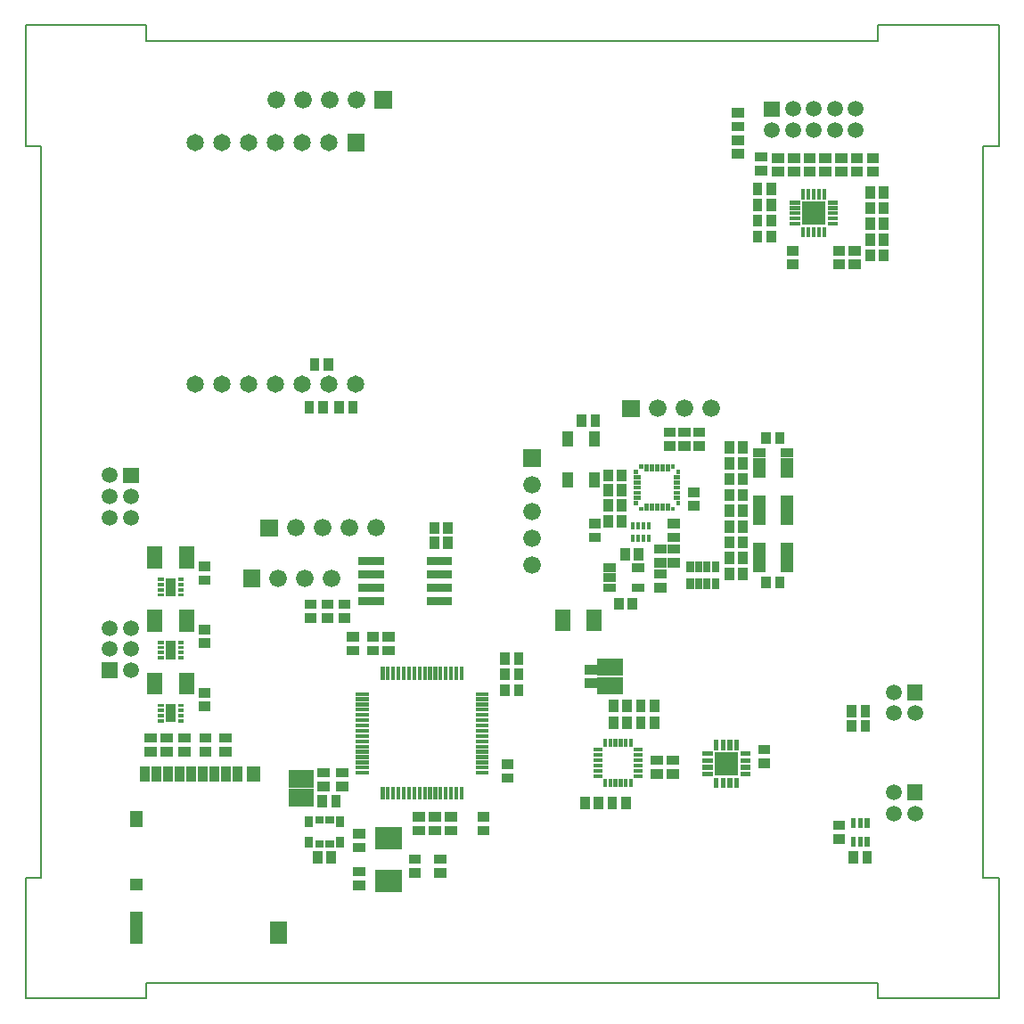
<source format=gbr>
G04 start of page 6 for group -4063 idx -4063 *
G04 Title: (unknown), componentmask *
G04 Creator: pcb 20140316 *
G04 CreationDate: Δευ 14 Μάρ 2016 08:13:14 μμ GMT UTC *
G04 For: mobintu *
G04 Format: Gerber/RS-274X *
G04 PCB-Dimensions (mm): 100.00 100.00 *
G04 PCB-Coordinate-Origin: lower left *
%MOMM*%
%FSLAX43Y43*%
%LNTOPMASK*%
%ADD138R,0.762X0.762*%
%ADD137R,2.100X2.100*%
%ADD136R,1.554X1.554*%
%ADD135R,0.700X0.700*%
%ADD134R,0.750X0.750*%
%ADD133R,1.054X1.054*%
%ADD132R,1.254X1.254*%
%ADD131R,0.954X0.954*%
%ADD130R,1.000X1.000*%
%ADD129R,0.330X0.330*%
%ADD128R,0.800X0.800*%
%ADD127R,1.050X1.050*%
%ADD126R,0.350X0.350*%
%ADD125R,0.704X0.704*%
%ADD124R,0.900X0.900*%
%ADD123R,0.380X0.380*%
%ADD122R,0.400X0.400*%
%ADD121R,0.446X0.446*%
%ADD120R,0.443X0.443*%
%ADD119R,1.452X1.452*%
%ADD118R,1.143X1.143*%
%ADD117R,0.356X0.356*%
%ADD116R,0.902X0.902*%
%ADD115C,1.653*%
%ADD114C,0.953*%
%ADD113C,1.676*%
%ADD112C,1.502*%
%ADD111C,0.002*%
%ADD110C,0.200*%
%ADD109C,0.200*%
G54D109*X3900Y84100D02*X5400D01*
X15400Y95600D02*Y94100D01*
X84900D01*
X3900Y84100D02*Y95600D01*
X15400D01*
X84900Y94100D02*Y95600D01*
X94900Y84100D02*Y14600D01*
Y84100D02*X96400D01*
G54D110*Y14600D02*X94900D01*
G54D109*X84900Y95600D02*X96400D01*
Y84100D01*
X5400Y14600D02*X3900D01*
X15400Y3100D02*Y4600D01*
X3900Y3100D02*X15400D01*
X3900D02*Y14600D01*
X5400Y84100D02*Y14600D01*
X15400Y4600D02*X84900D01*
Y3100D01*
X96400D01*
Y14600D01*
G54D111*G36*
X87649Y32951D02*Y31449D01*
X89151D01*
Y32951D01*
X87649D01*
G37*
G54D112*X86400Y32200D03*
X88400Y30200D03*
X86400D03*
G54D111*G36*
X87649Y23451D02*Y21949D01*
X89151D01*
Y23451D01*
X87649D01*
G37*
G54D112*X86400Y22700D03*
X88400Y20700D03*
X86400D03*
X74800Y85600D03*
G54D111*G36*
X74049Y88351D02*Y86849D01*
X75551D01*
Y88351D01*
X74049D01*
G37*
G54D112*X76800Y85600D03*
Y87600D03*
X78800Y85600D03*
Y87600D03*
X80800Y85600D03*
Y87600D03*
X82800Y85600D03*
Y87600D03*
G54D111*G36*
X24562Y43838D02*Y42162D01*
X26238D01*
Y43838D01*
X24562D01*
G37*
G54D113*X27940Y43000D03*
G54D111*G36*
X26202Y48638D02*Y46962D01*
X27878D01*
Y48638D01*
X26202D01*
G37*
G54D113*X33020Y43000D03*
X30480D03*
X29580Y47800D03*
X32120D03*
X34660D03*
X37200D03*
G54D114*X17700Y29800D03*
Y30600D03*
Y35800D03*
Y36600D03*
Y41800D03*
Y42600D03*
G54D111*G36*
X11149Y35051D02*Y33549D01*
X12651D01*
Y35051D01*
X11149D01*
G37*
G54D112*X13900Y34300D03*
X11900Y36300D03*
X13900D03*
X11900Y38300D03*
X13900D03*
G54D111*G36*
X13149Y53551D02*Y52049D01*
X14651D01*
Y53551D01*
X13149D01*
G37*
G54D112*X11900Y52800D03*
X13900Y50800D03*
X11900D03*
X13900Y48800D03*
X11900D03*
G54D111*G36*
X34474Y85226D02*Y83574D01*
X36126D01*
Y85226D01*
X34474D01*
G37*
G36*
X37082Y89338D02*Y87662D01*
X38758D01*
Y89338D01*
X37082D01*
G37*
G54D113*X35380Y88500D03*
G54D115*X32760Y84400D03*
G54D113*X32840Y88500D03*
G54D115*X30220Y84400D03*
G54D113*X30300Y88500D03*
X27760D03*
G54D115*X27680Y84400D03*
X25140D03*
X22600D03*
X20060D03*
Y61500D03*
X22600D03*
X25140D03*
X27680D03*
X30220D03*
X32760D03*
X35300D03*
G54D111*G36*
X60582Y59988D02*Y58312D01*
X62258D01*
Y59988D01*
X60582D01*
G37*
G36*
X51162Y55268D02*Y53592D01*
X52838D01*
Y55268D01*
X51162D01*
G37*
G54D113*X52000Y51890D03*
Y49350D03*
Y46810D03*
Y44270D03*
X63960Y59150D03*
X66500D03*
X69040D03*
G54D116*X50750Y35525D02*Y35275D01*
Y32525D02*Y32275D01*
X49450Y32525D02*Y32275D01*
X50750Y34025D02*Y33775D01*
X49450Y34025D02*Y33775D01*
X49575Y24050D02*X49825D01*
X49575Y25350D02*X49825D01*
X59750Y31025D02*Y30775D01*
Y29425D02*Y29175D01*
X61050Y31025D02*Y30775D01*
X63650Y29425D02*Y29175D01*
X62350Y29425D02*Y29175D01*
X61050Y29425D02*Y29175D01*
X63650Y31025D02*Y30775D01*
X62350Y31025D02*Y30775D01*
X59635Y21826D02*Y21576D01*
X60935Y21826D02*Y21576D01*
X57050Y21825D02*Y21575D01*
X58350Y21825D02*Y21575D01*
G54D117*X58090Y26750D02*X58510D01*
X58090Y26250D02*X58510D01*
X58090Y25750D02*X58510D01*
X58090Y25250D02*X58510D01*
X58090Y24750D02*X58510D01*
X58090Y24250D02*X58510D01*
X58950Y23810D02*Y23390D01*
X59450Y23810D02*Y23390D01*
X59950Y23810D02*Y23390D01*
X60450Y23810D02*Y23390D01*
X60950Y23810D02*Y23390D01*
X61450Y23810D02*Y23390D01*
G54D116*X63775Y24450D02*X64025D01*
X63775Y25750D02*X64025D01*
X65275Y24450D02*X65525D01*
X65275Y25750D02*X65525D01*
G54D117*X61890Y24250D02*X62310D01*
X61890Y24750D02*X62310D01*
X61890Y25250D02*X62310D01*
X61890Y25750D02*X62310D01*
X61890Y26250D02*X62310D01*
X61890Y26750D02*X62310D01*
X61450Y27610D02*Y27190D01*
X60950Y27610D02*Y27190D01*
X60450Y27610D02*Y27190D01*
X59950Y27610D02*Y27190D01*
X59450Y27610D02*Y27190D01*
X58950Y27610D02*Y27190D01*
G54D118*X60100Y34832D02*Y34324D01*
X59439Y34832D02*Y34324D01*
X58804Y34832D02*Y34324D01*
Y33054D02*Y32546D01*
X59439Y33054D02*Y32546D01*
X60100Y33054D02*Y32546D01*
G54D116*X57475Y34350D02*X57725D01*
X57475Y33050D02*X57725D01*
G54D119*X57945Y39354D02*Y38754D01*
X54946Y39354D02*Y38754D01*
G54D116*X61561Y40722D02*Y40472D01*
X60261Y40722D02*Y40472D01*
X84150Y73825D02*Y73575D01*
X85450Y73825D02*Y73575D01*
Y76825D02*Y76575D01*
Y78325D02*Y78075D01*
X84150Y76825D02*Y76575D01*
Y78325D02*Y78075D01*
X85450Y75325D02*Y75075D01*
X84150Y75325D02*Y75075D01*
X84275Y82950D02*X84525D01*
X84275Y81650D02*X84525D01*
X82775Y82950D02*X83025D01*
X82775Y81650D02*X83025D01*
X85450Y79825D02*Y79575D01*
X84150Y79825D02*Y79575D01*
G54D117*X76690Y78700D02*X77310D01*
X76690Y78200D02*X77310D01*
X76690Y77700D02*X77310D01*
X76690Y77200D02*X77310D01*
X76690Y76700D02*X77310D01*
X77800Y76210D02*Y75590D01*
X78300Y76210D02*Y75590D01*
G54D116*X76675Y74150D02*X76925D01*
X76675Y72850D02*X76925D01*
G54D117*X78800Y76210D02*Y75590D01*
G54D111*G36*
X77699Y78801D02*Y76599D01*
X79901D01*
Y78801D01*
X77699D01*
G37*
G54D117*X79300Y76210D02*Y75590D01*
X79800Y76210D02*Y75590D01*
X80290Y76700D02*X80910D01*
X80290Y77200D02*X80910D01*
X80290Y77700D02*X80910D01*
X80290Y78200D02*X80910D01*
X80290Y78700D02*X80910D01*
G54D116*X81075Y72850D02*X81325D01*
X81075Y74150D02*X81325D01*
X82575Y72850D02*X82825D01*
X82575Y74150D02*X82825D01*
X73450Y78625D02*Y78375D01*
Y77125D02*Y76875D01*
X74750Y77125D02*Y76875D01*
X73450Y75625D02*Y75375D01*
X74750Y75625D02*Y75375D01*
Y78625D02*Y78375D01*
X75275Y82950D02*X75525D01*
X75275Y81650D02*X75525D01*
X73675Y83050D02*X73925D01*
X73675Y81750D02*X73925D01*
X74750Y80125D02*Y79875D01*
X73450Y80125D02*Y79875D01*
X71475Y87250D02*X71725D01*
X71475Y85950D02*X71725D01*
X71475Y83350D02*X71725D01*
X71475Y84650D02*X71725D01*
X81275Y82950D02*X81525D01*
X81275Y81650D02*X81525D01*
X79775Y82950D02*X80025D01*
X78275D02*X78525D01*
X78275Y81650D02*X78525D01*
X79775D02*X80025D01*
G54D117*X79800Y79810D02*Y79190D01*
X79300Y79810D02*Y79190D01*
X78800Y79810D02*Y79190D01*
X78300Y79810D02*Y79190D01*
X77800Y79810D02*Y79190D01*
G54D116*X76775Y82950D02*X77025D01*
X76775Y81650D02*X77025D01*
X83850Y16625D02*Y16375D01*
X82550Y16625D02*Y16375D01*
X81075Y19550D02*X81325D01*
X81075Y18250D02*X81325D01*
X83700Y30525D02*Y30275D01*
X82400Y30525D02*Y30275D01*
X83700Y29125D02*Y28875D01*
X82400Y29125D02*Y28875D01*
G54D120*X83860Y20054D02*Y19546D01*
X83200Y20054D02*Y19546D01*
X82565Y20054D02*Y19546D01*
Y18276D02*Y17768D01*
X83200Y18276D02*Y17768D01*
X83860Y18276D02*Y17768D01*
G54D116*X73975Y25450D02*X74225D01*
X73975Y26750D02*X74225D01*
G54D121*X68435Y25075D02*X68965D01*
G54D111*G36*
X69399Y26501D02*Y24299D01*
X71601D01*
Y26501D01*
X69399D01*
G37*
G54D121*X68435Y24425D02*X68965D01*
X69525Y23865D02*Y23335D01*
X70175Y23865D02*Y23335D01*
X68435Y26375D02*X68965D01*
X68435Y25725D02*X68965D01*
X70175Y27465D02*Y26935D01*
X69525Y27465D02*Y26935D01*
X70825Y23865D02*Y23335D01*
X71475Y23865D02*Y23335D01*
X72035Y24425D02*X72565D01*
X72035Y25075D02*X72565D01*
X72035Y25725D02*X72565D01*
X72035Y26375D02*X72565D01*
X71475Y27465D02*Y26935D01*
X70825Y27465D02*Y26935D01*
G54D116*X64975Y56900D02*X65225D01*
X64975Y55600D02*X65225D01*
X66375Y56900D02*X66625D01*
X66375Y55600D02*X66625D01*
X67775Y56900D02*X68025D01*
X67775Y55600D02*X68025D01*
X70761Y52572D02*Y52322D01*
X72061Y52572D02*Y52322D01*
X70761Y55572D02*Y55322D01*
X72061Y55572D02*Y55322D01*
X70761Y54072D02*Y53822D01*
X72061Y54072D02*Y53822D01*
X67286Y51197D02*X67536D01*
G54D122*X64911Y49897D02*Y49647D01*
G54D123*X65402Y49637D02*X65422D01*
X65921Y50157D02*Y50137D01*
G54D122*X65662Y50647D02*X65911D01*
X65662Y51147D02*X65911D01*
X65662Y51647D02*X65911D01*
X65662Y52147D02*X65911D01*
X65662Y52647D02*X65911D01*
G54D123*X65921Y53157D02*Y53137D01*
X65402Y53657D02*X65422D01*
G54D122*X64911Y53647D02*Y53397D01*
G54D124*X73461Y49497D02*X73762D01*
X73461Y48547D02*X73762D01*
G54D116*X72061Y43572D02*Y43322D01*
Y45072D02*Y44822D01*
X72061Y46574D02*Y46324D01*
X72061Y49572D02*Y49322D01*
Y48072D02*Y47822D01*
G54D124*X76061Y44047D02*X76361D01*
X76061Y44997D02*X76361D01*
X76061Y45947D02*X76361D01*
G54D116*X75561Y42772D02*Y42522D01*
X74261Y42772D02*Y42522D01*
G54D124*X73461Y45947D02*X73762D01*
X73461Y44997D02*X73762D01*
X73461Y44047D02*X73762D01*
X76061Y48547D02*X76361D01*
X76061Y49497D02*X76361D01*
G54D116*X75561Y56472D02*Y56222D01*
G54D124*X76061Y53047D02*X76361D01*
X76061Y53997D02*X76361D01*
X76061Y54947D02*X76361D01*
X76061Y50447D02*X76361D01*
G54D116*X74261Y56472D02*Y56222D01*
X70761Y51072D02*Y50822D01*
X72061Y51072D02*Y50822D01*
G54D124*X73461Y50447D02*X73762D01*
X73461Y54947D02*X73762D01*
X73461Y53997D02*X73762D01*
X73461Y53047D02*X73762D01*
G54D125*X69450Y44275D02*Y43925D01*
X68650Y44275D02*Y43925D01*
X67850Y44275D02*Y43925D01*
X67050Y44275D02*Y43925D01*
Y42675D02*Y42325D01*
X67850Y42675D02*Y42325D01*
X68650Y42675D02*Y42325D01*
X69450Y42675D02*Y42325D01*
G54D116*X70761Y43572D02*Y43322D01*
X70762Y46574D02*Y46324D01*
X70761Y49572D02*Y49322D01*
Y45072D02*Y44822D01*
Y48072D02*Y47822D01*
X65386Y46897D02*X65636D01*
X65386Y48197D02*X65636D01*
X65386Y45797D02*X65636D01*
X65386Y44497D02*X65636D01*
X67286Y49897D02*X67536D01*
G54D122*X62911Y49897D02*Y49647D01*
X63412Y49897D02*Y49647D01*
X63911Y49897D02*Y49647D01*
X64412Y49897D02*Y49647D01*
G54D116*X64075Y43450D02*X64325D01*
G54D126*X63100Y47025D02*Y46675D01*
G54D116*X64075Y44500D02*X64325D01*
X64075Y45800D02*X64325D01*
X64075Y42150D02*X64325D01*
X60550Y52925D02*Y52675D01*
X60561Y50072D02*Y49822D01*
Y51522D02*Y51272D01*
Y48572D02*Y48322D01*
X59250Y52925D02*Y52675D01*
X59261Y50072D02*Y49822D01*
Y51522D02*Y51272D01*
Y48572D02*Y48322D01*
X57887Y48197D02*X58136D01*
G54D127*X55400Y52550D02*Y52150D01*
X57950Y52550D02*Y52150D01*
G54D123*X61902Y53157D02*Y53137D01*
G54D122*X64412Y53647D02*Y53397D01*
X63911Y53647D02*Y53397D01*
X63412Y53647D02*Y53397D01*
X62911Y53647D02*Y53397D01*
G54D123*X62401Y53657D02*X62422D01*
G54D122*X61911Y52647D02*X62161D01*
X61911Y52147D02*X62161D01*
X61911Y51647D02*X62161D01*
X61911Y51147D02*X62161D01*
X61911Y50647D02*X62161D01*
G54D123*X61902Y50157D02*Y50137D01*
X62401Y49637D02*X62422D01*
G54D116*X57887Y46897D02*X58136D01*
X60850Y45425D02*Y45175D01*
X62150Y45425D02*Y45175D01*
G54D128*X61911Y42147D02*X62311D01*
X61911Y44047D02*X62311D01*
G54D126*X61600Y47025D02*Y46675D01*
X62100Y47025D02*Y46675D01*
X62600Y47025D02*Y46675D01*
X61600Y48175D02*Y47825D01*
X62100Y48175D02*Y47825D01*
X62600Y48175D02*Y47825D01*
X63100Y48175D02*Y47825D01*
G54D128*X59211Y44047D02*X59611D01*
X59211Y43097D02*X59611D01*
X59211Y42147D02*X59611D01*
G54D116*X58050Y58125D02*Y57875D01*
X56750Y58125D02*Y57875D01*
G54D127*X55400Y56500D02*Y56100D01*
X57950Y56500D02*Y56100D01*
G54D119*X19200Y39300D02*Y38700D01*
G54D129*X18540Y36450D02*X18760D01*
X18540Y36950D02*X18760D01*
G54D119*X16200Y39300D02*Y38700D01*
G54D129*X16640Y36950D02*X16860D01*
X16640Y36450D02*X16860D01*
G54D130*X17700Y36550D02*Y35850D01*
G54D116*X20775Y38150D02*X21025D01*
X20775Y36850D02*X21025D01*
G54D119*X19200Y33300D02*Y32700D01*
X16200Y33300D02*Y32700D01*
G54D129*X16640Y35950D02*X16860D01*
X16640Y35450D02*X16860D01*
X18540D02*X18760D01*
X18540Y35950D02*X18760D01*
G54D116*X20775Y32150D02*X21025D01*
G54D119*X19200Y45300D02*Y44700D01*
X16200Y45300D02*Y44700D01*
G54D129*X16640Y42950D02*X16860D01*
X18540D02*X18760D01*
X16640Y42450D02*X16860D01*
X16640Y41950D02*X16860D01*
X16640Y41450D02*X16860D01*
X18540D02*X18760D01*
X18540Y41950D02*X18760D01*
X18540Y42450D02*X18760D01*
G54D130*X17700Y42550D02*Y41850D01*
G54D116*X20775Y44150D02*X21025D01*
X20775Y42850D02*X21025D01*
X17175Y26550D02*X17425D01*
X17175Y27850D02*X17425D01*
X18875Y26550D02*X19125D01*
X20875Y27850D02*X21125D01*
G54D129*X16640Y30950D02*X16860D01*
X16640Y30450D02*X16860D01*
X16640Y29950D02*X16860D01*
X16640Y29450D02*X16860D01*
G54D116*X18875Y27850D02*X19125D01*
G54D129*X18540Y29450D02*X18760D01*
X18540Y29950D02*X18760D01*
X18540Y30450D02*X18760D01*
X18540Y30950D02*X18760D01*
G54D116*X20775Y30850D02*X21025D01*
G54D130*X17700Y30550D02*Y29850D01*
G54D116*X22775Y26550D02*X23025D01*
X22775Y27850D02*X23025D01*
X20875Y26550D02*X21125D01*
G54D131*X24037Y24701D02*Y24200D01*
X22937Y24701D02*Y24200D01*
X21837Y24701D02*Y24200D01*
G54D132*X25587Y24551D02*Y24351D01*
G54D131*X20737Y24701D02*Y24200D01*
X19637Y24701D02*Y24200D01*
X18537Y24701D02*Y24200D01*
X17437Y24701D02*Y24200D01*
X16337Y24701D02*Y24200D01*
X15237Y24701D02*Y24200D01*
G54D116*X15675Y26550D02*X15925D01*
X15675Y27850D02*X15925D01*
G54D133*X14337Y13950D02*X14537D01*
G54D132*X14437Y20251D02*Y20051D01*
X14437Y10701D02*Y8900D01*
G54D116*X35475Y18750D02*X35725D01*
X35475Y17450D02*X35725D01*
X35475Y15150D02*X35725D01*
X35475Y13850D02*X35725D01*
X32089Y21959D02*Y21709D01*
G54D118*X29457Y22449D02*Y21941D01*
X30118Y22449D02*Y21941D01*
X30753Y22449D02*Y21941D01*
G54D134*X30850Y20050D02*Y19750D01*
G54D135*X31775Y20075D02*X31875D01*
G54D116*X33389Y21959D02*Y21709D01*
X32950Y16625D02*Y16375D01*
G54D135*X32775Y17775D02*X32875D01*
G54D134*X33800Y18100D02*Y17800D01*
G54D136*X27937Y9650D02*Y9050D01*
G54D116*X31650Y16625D02*Y16375D01*
G54D134*X30850Y18100D02*Y17800D01*
G54D135*X31775Y17775D02*X31875D01*
X32775Y20075D02*X32875D01*
G54D134*X33800Y20050D02*Y19750D01*
G54D116*X43175Y15050D02*X43425D01*
X43175Y16350D02*X43425D01*
X40775Y15031D02*X41025D01*
X40775Y16331D02*X41025D01*
G54D137*X38150Y14250D02*X38650D01*
G54D116*X41175Y19050D02*X41425D01*
X41175Y20350D02*X41425D01*
G54D137*X38150Y18350D02*X38650D01*
G54D116*X42750Y46525D02*Y46275D01*
X44050Y46525D02*Y46275D01*
X42750Y47925D02*Y47675D01*
X44050Y47925D02*Y47675D01*
G54D138*X42413Y40895D02*X44064D01*
X42413Y42165D02*X44064D01*
X42413Y43435D02*X44064D01*
X42413Y44705D02*X44064D01*
G54D116*X36775Y36150D02*X37025D01*
X36775Y37450D02*X37025D01*
X34875D02*X35125D01*
X34875Y36150D02*X35125D01*
X38275D02*X38525D01*
X38275Y37450D02*X38525D01*
X30875Y40550D02*X31125D01*
X32475D02*X32725D01*
X30875Y39250D02*X31125D01*
X32475D02*X32725D01*
X34075Y40550D02*X34325D01*
G54D138*X35936Y44705D02*X37587D01*
X35936Y43435D02*X37587D01*
X35936Y42165D02*X37587D01*
X35936Y40895D02*X37587D01*
G54D116*X34075Y39250D02*X34325D01*
X32660Y63475D02*Y63225D01*
X31360Y63475D02*Y63225D01*
X35010Y59375D02*Y59125D01*
X33710Y59375D02*Y59125D01*
X32160Y59375D02*Y59125D01*
X30860Y59375D02*Y59125D01*
X49450Y35525D02*Y35275D01*
G54D117*X46857Y32039D02*X47720D01*
X45340Y34419D02*Y33556D01*
X44840Y34419D02*Y33556D01*
X44340Y34419D02*Y33556D01*
X43840Y34419D02*Y33556D01*
X43340Y34419D02*Y33556D01*
X42840Y34419D02*Y33556D01*
X42340Y34419D02*Y33556D01*
X41840Y34419D02*Y33556D01*
X41340Y34419D02*Y33556D01*
X40840Y34419D02*Y33556D01*
X40340Y34419D02*Y33556D01*
X39840Y34419D02*Y33556D01*
X39340Y34419D02*Y33556D01*
X38840Y34419D02*Y33556D01*
X38340Y34419D02*Y33556D01*
X37840Y34419D02*Y33556D01*
X35460Y32039D02*X36323D01*
G54D118*X30753Y24227D02*Y23719D01*
X30118Y24227D02*Y23719D01*
X29457Y24227D02*Y23719D01*
G54D116*X32075Y23250D02*X32325D01*
X32075Y24550D02*X32325D01*
X33875Y23250D02*X34125D01*
X33875Y24550D02*X34125D01*
X42675Y20350D02*X42925D01*
X42675Y19050D02*X42925D01*
X47275Y20350D02*X47525D01*
X47275Y19050D02*X47525D01*
X44175Y19050D02*X44425D01*
X44175Y20350D02*X44425D01*
G54D117*X37840Y23022D02*Y22159D01*
X38340Y23022D02*Y22159D01*
X38840Y23022D02*Y22159D01*
X39340Y23022D02*Y22159D01*
X39840Y23022D02*Y22159D01*
X40340Y23022D02*Y22159D01*
X40840Y23022D02*Y22159D01*
X41340Y23022D02*Y22159D01*
X41840Y23022D02*Y22159D01*
X42340Y23022D02*Y22159D01*
X42840Y23022D02*Y22159D01*
X43340Y23022D02*Y22159D01*
X43840Y23022D02*Y22159D01*
X44340Y23022D02*Y22159D01*
X44840Y23022D02*Y22159D01*
X45340Y23022D02*Y22159D01*
X46857Y24539D02*X47720D01*
X46857Y25039D02*X47720D01*
X46857Y25539D02*X47720D01*
X46857Y26039D02*X47720D01*
X46857Y26539D02*X47720D01*
X46857Y27039D02*X47720D01*
X46857Y27539D02*X47720D01*
X46857Y28039D02*X47720D01*
X46857Y28539D02*X47720D01*
X46857Y29039D02*X47720D01*
X46857Y29539D02*X47720D01*
X46857Y30039D02*X47720D01*
X46857Y30539D02*X47720D01*
X46857Y31039D02*X47720D01*
X46857Y31539D02*X47720D01*
X35460Y31539D02*X36323D01*
X35460Y31039D02*X36323D01*
X35460Y30539D02*X36323D01*
X35460Y30039D02*X36323D01*
X35460Y29539D02*X36323D01*
X35460Y29039D02*X36323D01*
X35460Y28539D02*X36323D01*
X35460Y28039D02*X36323D01*
X35460Y27539D02*X36323D01*
X35460Y27039D02*X36323D01*
X35460Y26539D02*X36323D01*
X35460Y26039D02*X36323D01*
X35460Y25539D02*X36323D01*
X35460Y25039D02*X36323D01*
X35460Y24539D02*X36323D01*
M02*

</source>
